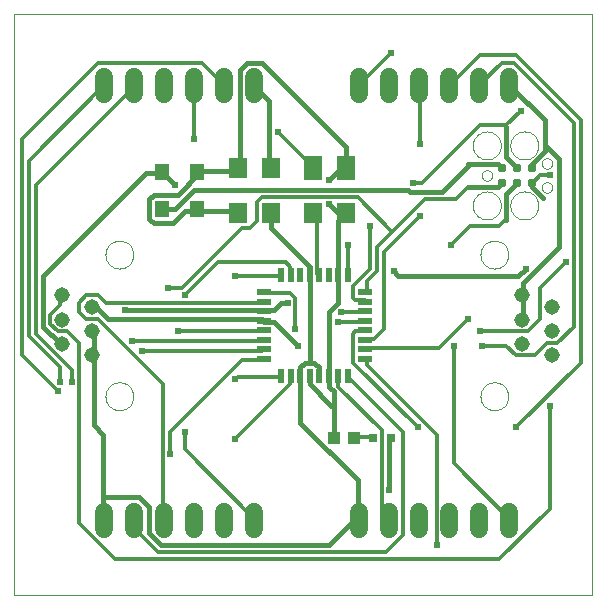
<source format=gtl>
G75*
G70*
%OFA0B0*%
%FSLAX24Y24*%
%IPPOS*%
%LPD*%
%AMOC8*
5,1,8,0,0,1.08239X$1,22.5*
%
%ADD10C,0.0000*%
%ADD11R,0.0220X0.0500*%
%ADD12R,0.0500X0.0220*%
%ADD13R,0.0630X0.0787*%
%ADD14R,0.0630X0.0709*%
%ADD15C,0.0515*%
%ADD16R,0.0433X0.0394*%
%ADD17R,0.0315X0.0315*%
%ADD18C,0.0310*%
%ADD19R,0.0472X0.0551*%
%ADD20C,0.0594*%
%ADD21C,0.0160*%
%ADD22C,0.0180*%
%ADD23C,0.0240*%
%ADD24C,0.0120*%
D10*
X000162Y000100D02*
X000162Y019471D01*
X019407Y019471D01*
X019407Y000100D01*
X000162Y000100D01*
X003197Y006738D02*
X003199Y006781D01*
X003205Y006823D01*
X003215Y006865D01*
X003228Y006906D01*
X003246Y006945D01*
X003267Y006983D01*
X003291Y007018D01*
X003318Y007051D01*
X003349Y007082D01*
X003382Y007109D01*
X003417Y007133D01*
X003455Y007154D01*
X003494Y007172D01*
X003535Y007185D01*
X003577Y007195D01*
X003619Y007201D01*
X003662Y007203D01*
X003705Y007201D01*
X003747Y007195D01*
X003789Y007185D01*
X003830Y007172D01*
X003869Y007154D01*
X003907Y007133D01*
X003942Y007109D01*
X003975Y007082D01*
X004006Y007051D01*
X004033Y007018D01*
X004057Y006983D01*
X004078Y006945D01*
X004096Y006906D01*
X004109Y006865D01*
X004119Y006823D01*
X004125Y006781D01*
X004127Y006738D01*
X004125Y006695D01*
X004119Y006653D01*
X004109Y006611D01*
X004096Y006570D01*
X004078Y006531D01*
X004057Y006493D01*
X004033Y006458D01*
X004006Y006425D01*
X003975Y006394D01*
X003942Y006367D01*
X003907Y006343D01*
X003869Y006322D01*
X003830Y006304D01*
X003789Y006291D01*
X003747Y006281D01*
X003705Y006275D01*
X003662Y006273D01*
X003619Y006275D01*
X003577Y006281D01*
X003535Y006291D01*
X003494Y006304D01*
X003455Y006322D01*
X003417Y006343D01*
X003382Y006367D01*
X003349Y006394D01*
X003318Y006425D01*
X003291Y006458D01*
X003267Y006493D01*
X003246Y006531D01*
X003228Y006570D01*
X003215Y006611D01*
X003205Y006653D01*
X003199Y006695D01*
X003197Y006738D01*
X003197Y011462D02*
X003199Y011505D01*
X003205Y011547D01*
X003215Y011589D01*
X003228Y011630D01*
X003246Y011669D01*
X003267Y011707D01*
X003291Y011742D01*
X003318Y011775D01*
X003349Y011806D01*
X003382Y011833D01*
X003417Y011857D01*
X003455Y011878D01*
X003494Y011896D01*
X003535Y011909D01*
X003577Y011919D01*
X003619Y011925D01*
X003662Y011927D01*
X003705Y011925D01*
X003747Y011919D01*
X003789Y011909D01*
X003830Y011896D01*
X003869Y011878D01*
X003907Y011857D01*
X003942Y011833D01*
X003975Y011806D01*
X004006Y011775D01*
X004033Y011742D01*
X004057Y011707D01*
X004078Y011669D01*
X004096Y011630D01*
X004109Y011589D01*
X004119Y011547D01*
X004125Y011505D01*
X004127Y011462D01*
X004125Y011419D01*
X004119Y011377D01*
X004109Y011335D01*
X004096Y011294D01*
X004078Y011255D01*
X004057Y011217D01*
X004033Y011182D01*
X004006Y011149D01*
X003975Y011118D01*
X003942Y011091D01*
X003907Y011067D01*
X003869Y011046D01*
X003830Y011028D01*
X003789Y011015D01*
X003747Y011005D01*
X003705Y010999D01*
X003662Y010997D01*
X003619Y010999D01*
X003577Y011005D01*
X003535Y011015D01*
X003494Y011028D01*
X003455Y011046D01*
X003417Y011067D01*
X003382Y011091D01*
X003349Y011118D01*
X003318Y011149D01*
X003291Y011182D01*
X003267Y011217D01*
X003246Y011255D01*
X003228Y011294D01*
X003215Y011335D01*
X003205Y011377D01*
X003199Y011419D01*
X003197Y011462D01*
X015445Y013100D02*
X015447Y013143D01*
X015453Y013186D01*
X015463Y013228D01*
X015477Y013269D01*
X015494Y013308D01*
X015515Y013346D01*
X015539Y013381D01*
X015567Y013415D01*
X015597Y013445D01*
X015631Y013473D01*
X015666Y013497D01*
X015704Y013518D01*
X015743Y013535D01*
X015784Y013549D01*
X015826Y013559D01*
X015869Y013565D01*
X015912Y013567D01*
X015955Y013565D01*
X015998Y013559D01*
X016040Y013549D01*
X016081Y013535D01*
X016120Y013518D01*
X016158Y013497D01*
X016193Y013473D01*
X016227Y013445D01*
X016257Y013415D01*
X016285Y013381D01*
X016309Y013346D01*
X016330Y013308D01*
X016347Y013269D01*
X016361Y013228D01*
X016371Y013186D01*
X016377Y013143D01*
X016379Y013100D01*
X016377Y013057D01*
X016371Y013014D01*
X016361Y012972D01*
X016347Y012931D01*
X016330Y012892D01*
X016309Y012854D01*
X016285Y012819D01*
X016257Y012785D01*
X016227Y012755D01*
X016193Y012727D01*
X016158Y012703D01*
X016120Y012682D01*
X016081Y012665D01*
X016040Y012651D01*
X015998Y012641D01*
X015955Y012635D01*
X015912Y012633D01*
X015869Y012635D01*
X015826Y012641D01*
X015784Y012651D01*
X015743Y012665D01*
X015704Y012682D01*
X015666Y012703D01*
X015631Y012727D01*
X015597Y012755D01*
X015567Y012785D01*
X015539Y012819D01*
X015515Y012854D01*
X015494Y012892D01*
X015477Y012931D01*
X015463Y012972D01*
X015453Y013014D01*
X015447Y013057D01*
X015445Y013100D01*
X015737Y014100D02*
X015739Y014126D01*
X015745Y014152D01*
X015754Y014176D01*
X015767Y014199D01*
X015784Y014219D01*
X015803Y014237D01*
X015825Y014252D01*
X015848Y014263D01*
X015873Y014271D01*
X015899Y014275D01*
X015925Y014275D01*
X015951Y014271D01*
X015976Y014263D01*
X016000Y014252D01*
X016021Y014237D01*
X016040Y014219D01*
X016057Y014199D01*
X016070Y014176D01*
X016079Y014152D01*
X016085Y014126D01*
X016087Y014100D01*
X016085Y014074D01*
X016079Y014048D01*
X016070Y014024D01*
X016057Y014001D01*
X016040Y013981D01*
X016021Y013963D01*
X015999Y013948D01*
X015976Y013937D01*
X015951Y013929D01*
X015925Y013925D01*
X015899Y013925D01*
X015873Y013929D01*
X015848Y013937D01*
X015824Y013948D01*
X015803Y013963D01*
X015784Y013981D01*
X015767Y014001D01*
X015754Y014024D01*
X015745Y014048D01*
X015739Y014074D01*
X015737Y014100D01*
X015445Y015100D02*
X015447Y015143D01*
X015453Y015186D01*
X015463Y015228D01*
X015477Y015269D01*
X015494Y015308D01*
X015515Y015346D01*
X015539Y015381D01*
X015567Y015415D01*
X015597Y015445D01*
X015631Y015473D01*
X015666Y015497D01*
X015704Y015518D01*
X015743Y015535D01*
X015784Y015549D01*
X015826Y015559D01*
X015869Y015565D01*
X015912Y015567D01*
X015955Y015565D01*
X015998Y015559D01*
X016040Y015549D01*
X016081Y015535D01*
X016120Y015518D01*
X016158Y015497D01*
X016193Y015473D01*
X016227Y015445D01*
X016257Y015415D01*
X016285Y015381D01*
X016309Y015346D01*
X016330Y015308D01*
X016347Y015269D01*
X016361Y015228D01*
X016371Y015186D01*
X016377Y015143D01*
X016379Y015100D01*
X016377Y015057D01*
X016371Y015014D01*
X016361Y014972D01*
X016347Y014931D01*
X016330Y014892D01*
X016309Y014854D01*
X016285Y014819D01*
X016257Y014785D01*
X016227Y014755D01*
X016193Y014727D01*
X016158Y014703D01*
X016120Y014682D01*
X016081Y014665D01*
X016040Y014651D01*
X015998Y014641D01*
X015955Y014635D01*
X015912Y014633D01*
X015869Y014635D01*
X015826Y014641D01*
X015784Y014651D01*
X015743Y014665D01*
X015704Y014682D01*
X015666Y014703D01*
X015631Y014727D01*
X015597Y014755D01*
X015567Y014785D01*
X015539Y014819D01*
X015515Y014854D01*
X015494Y014892D01*
X015477Y014931D01*
X015463Y014972D01*
X015453Y015014D01*
X015447Y015057D01*
X015445Y015100D01*
X016695Y015100D02*
X016697Y015143D01*
X016703Y015186D01*
X016713Y015228D01*
X016727Y015269D01*
X016744Y015308D01*
X016765Y015346D01*
X016789Y015381D01*
X016817Y015415D01*
X016847Y015445D01*
X016881Y015473D01*
X016916Y015497D01*
X016954Y015518D01*
X016993Y015535D01*
X017034Y015549D01*
X017076Y015559D01*
X017119Y015565D01*
X017162Y015567D01*
X017205Y015565D01*
X017248Y015559D01*
X017290Y015549D01*
X017331Y015535D01*
X017370Y015518D01*
X017408Y015497D01*
X017443Y015473D01*
X017477Y015445D01*
X017507Y015415D01*
X017535Y015381D01*
X017559Y015346D01*
X017580Y015308D01*
X017597Y015269D01*
X017611Y015228D01*
X017621Y015186D01*
X017627Y015143D01*
X017629Y015100D01*
X017627Y015057D01*
X017621Y015014D01*
X017611Y014972D01*
X017597Y014931D01*
X017580Y014892D01*
X017559Y014854D01*
X017535Y014819D01*
X017507Y014785D01*
X017477Y014755D01*
X017443Y014727D01*
X017408Y014703D01*
X017370Y014682D01*
X017331Y014665D01*
X017290Y014651D01*
X017248Y014641D01*
X017205Y014635D01*
X017162Y014633D01*
X017119Y014635D01*
X017076Y014641D01*
X017034Y014651D01*
X016993Y014665D01*
X016954Y014682D01*
X016916Y014703D01*
X016881Y014727D01*
X016847Y014755D01*
X016817Y014785D01*
X016789Y014819D01*
X016765Y014854D01*
X016744Y014892D01*
X016727Y014931D01*
X016713Y014972D01*
X016703Y015014D01*
X016697Y015057D01*
X016695Y015100D01*
X017737Y014500D02*
X017739Y014526D01*
X017745Y014552D01*
X017754Y014576D01*
X017767Y014599D01*
X017784Y014619D01*
X017803Y014637D01*
X017825Y014652D01*
X017848Y014663D01*
X017873Y014671D01*
X017899Y014675D01*
X017925Y014675D01*
X017951Y014671D01*
X017976Y014663D01*
X018000Y014652D01*
X018021Y014637D01*
X018040Y014619D01*
X018057Y014599D01*
X018070Y014576D01*
X018079Y014552D01*
X018085Y014526D01*
X018087Y014500D01*
X018085Y014474D01*
X018079Y014448D01*
X018070Y014424D01*
X018057Y014401D01*
X018040Y014381D01*
X018021Y014363D01*
X017999Y014348D01*
X017976Y014337D01*
X017951Y014329D01*
X017925Y014325D01*
X017899Y014325D01*
X017873Y014329D01*
X017848Y014337D01*
X017824Y014348D01*
X017803Y014363D01*
X017784Y014381D01*
X017767Y014401D01*
X017754Y014424D01*
X017745Y014448D01*
X017739Y014474D01*
X017737Y014500D01*
X017737Y013700D02*
X017739Y013726D01*
X017745Y013752D01*
X017754Y013776D01*
X017767Y013799D01*
X017784Y013819D01*
X017803Y013837D01*
X017825Y013852D01*
X017848Y013863D01*
X017873Y013871D01*
X017899Y013875D01*
X017925Y013875D01*
X017951Y013871D01*
X017976Y013863D01*
X018000Y013852D01*
X018021Y013837D01*
X018040Y013819D01*
X018057Y013799D01*
X018070Y013776D01*
X018079Y013752D01*
X018085Y013726D01*
X018087Y013700D01*
X018085Y013674D01*
X018079Y013648D01*
X018070Y013624D01*
X018057Y013601D01*
X018040Y013581D01*
X018021Y013563D01*
X017999Y013548D01*
X017976Y013537D01*
X017951Y013529D01*
X017925Y013525D01*
X017899Y013525D01*
X017873Y013529D01*
X017848Y013537D01*
X017824Y013548D01*
X017803Y013563D01*
X017784Y013581D01*
X017767Y013601D01*
X017754Y013624D01*
X017745Y013648D01*
X017739Y013674D01*
X017737Y013700D01*
X016695Y013100D02*
X016697Y013143D01*
X016703Y013186D01*
X016713Y013228D01*
X016727Y013269D01*
X016744Y013308D01*
X016765Y013346D01*
X016789Y013381D01*
X016817Y013415D01*
X016847Y013445D01*
X016881Y013473D01*
X016916Y013497D01*
X016954Y013518D01*
X016993Y013535D01*
X017034Y013549D01*
X017076Y013559D01*
X017119Y013565D01*
X017162Y013567D01*
X017205Y013565D01*
X017248Y013559D01*
X017290Y013549D01*
X017331Y013535D01*
X017370Y013518D01*
X017408Y013497D01*
X017443Y013473D01*
X017477Y013445D01*
X017507Y013415D01*
X017535Y013381D01*
X017559Y013346D01*
X017580Y013308D01*
X017597Y013269D01*
X017611Y013228D01*
X017621Y013186D01*
X017627Y013143D01*
X017629Y013100D01*
X017627Y013057D01*
X017621Y013014D01*
X017611Y012972D01*
X017597Y012931D01*
X017580Y012892D01*
X017559Y012854D01*
X017535Y012819D01*
X017507Y012785D01*
X017477Y012755D01*
X017443Y012727D01*
X017408Y012703D01*
X017370Y012682D01*
X017331Y012665D01*
X017290Y012651D01*
X017248Y012641D01*
X017205Y012635D01*
X017162Y012633D01*
X017119Y012635D01*
X017076Y012641D01*
X017034Y012651D01*
X016993Y012665D01*
X016954Y012682D01*
X016916Y012703D01*
X016881Y012727D01*
X016847Y012755D01*
X016817Y012785D01*
X016789Y012819D01*
X016765Y012854D01*
X016744Y012892D01*
X016727Y012931D01*
X016713Y012972D01*
X016703Y013014D01*
X016697Y013057D01*
X016695Y013100D01*
X015697Y011462D02*
X015699Y011505D01*
X015705Y011547D01*
X015715Y011589D01*
X015728Y011630D01*
X015746Y011669D01*
X015767Y011707D01*
X015791Y011742D01*
X015818Y011775D01*
X015849Y011806D01*
X015882Y011833D01*
X015917Y011857D01*
X015955Y011878D01*
X015994Y011896D01*
X016035Y011909D01*
X016077Y011919D01*
X016119Y011925D01*
X016162Y011927D01*
X016205Y011925D01*
X016247Y011919D01*
X016289Y011909D01*
X016330Y011896D01*
X016369Y011878D01*
X016407Y011857D01*
X016442Y011833D01*
X016475Y011806D01*
X016506Y011775D01*
X016533Y011742D01*
X016557Y011707D01*
X016578Y011669D01*
X016596Y011630D01*
X016609Y011589D01*
X016619Y011547D01*
X016625Y011505D01*
X016627Y011462D01*
X016625Y011419D01*
X016619Y011377D01*
X016609Y011335D01*
X016596Y011294D01*
X016578Y011255D01*
X016557Y011217D01*
X016533Y011182D01*
X016506Y011149D01*
X016475Y011118D01*
X016442Y011091D01*
X016407Y011067D01*
X016369Y011046D01*
X016330Y011028D01*
X016289Y011015D01*
X016247Y011005D01*
X016205Y010999D01*
X016162Y010997D01*
X016119Y010999D01*
X016077Y011005D01*
X016035Y011015D01*
X015994Y011028D01*
X015955Y011046D01*
X015917Y011067D01*
X015882Y011091D01*
X015849Y011118D01*
X015818Y011149D01*
X015791Y011182D01*
X015767Y011217D01*
X015746Y011255D01*
X015728Y011294D01*
X015715Y011335D01*
X015705Y011377D01*
X015699Y011419D01*
X015697Y011462D01*
X015697Y006738D02*
X015699Y006781D01*
X015705Y006823D01*
X015715Y006865D01*
X015728Y006906D01*
X015746Y006945D01*
X015767Y006983D01*
X015791Y007018D01*
X015818Y007051D01*
X015849Y007082D01*
X015882Y007109D01*
X015917Y007133D01*
X015955Y007154D01*
X015994Y007172D01*
X016035Y007185D01*
X016077Y007195D01*
X016119Y007201D01*
X016162Y007203D01*
X016205Y007201D01*
X016247Y007195D01*
X016289Y007185D01*
X016330Y007172D01*
X016369Y007154D01*
X016407Y007133D01*
X016442Y007109D01*
X016475Y007082D01*
X016506Y007051D01*
X016533Y007018D01*
X016557Y006983D01*
X016578Y006945D01*
X016596Y006906D01*
X016609Y006865D01*
X016619Y006823D01*
X016625Y006781D01*
X016627Y006738D01*
X016625Y006695D01*
X016619Y006653D01*
X016609Y006611D01*
X016596Y006570D01*
X016578Y006531D01*
X016557Y006493D01*
X016533Y006458D01*
X016506Y006425D01*
X016475Y006394D01*
X016442Y006367D01*
X016407Y006343D01*
X016369Y006322D01*
X016330Y006304D01*
X016289Y006291D01*
X016247Y006281D01*
X016205Y006275D01*
X016162Y006273D01*
X016119Y006275D01*
X016077Y006281D01*
X016035Y006291D01*
X015994Y006304D01*
X015955Y006322D01*
X015917Y006343D01*
X015882Y006367D01*
X015849Y006394D01*
X015818Y006425D01*
X015791Y006458D01*
X015767Y006493D01*
X015746Y006531D01*
X015728Y006570D01*
X015715Y006611D01*
X015705Y006653D01*
X015699Y006695D01*
X015697Y006738D01*
D11*
X011264Y007410D03*
X010949Y007410D03*
X010634Y007410D03*
X010319Y007410D03*
X010004Y007410D03*
X009689Y007410D03*
X009374Y007410D03*
X009059Y007410D03*
X009059Y010790D03*
X009374Y010790D03*
X009689Y010790D03*
X010004Y010790D03*
X010319Y010790D03*
X010634Y010790D03*
X010949Y010790D03*
X011264Y010790D03*
D12*
X011852Y010202D03*
X011852Y009887D03*
X011852Y009572D03*
X011852Y009257D03*
X011852Y008943D03*
X011852Y008628D03*
X011852Y008313D03*
X011852Y007998D03*
X008472Y007998D03*
X008472Y008313D03*
X008472Y008628D03*
X008472Y008943D03*
X008472Y009257D03*
X008472Y009572D03*
X008472Y009887D03*
X008472Y010202D03*
D13*
X010110Y014350D03*
X011213Y014350D03*
D14*
X011213Y012850D03*
X010110Y012850D03*
X008713Y012850D03*
X007610Y012850D03*
X007610Y014350D03*
X008713Y014350D03*
D15*
X002756Y009706D03*
X002756Y008903D03*
X002756Y008100D03*
X001756Y008494D03*
X001756Y009297D03*
X001756Y010100D03*
X017067Y010100D03*
X017067Y009297D03*
X017067Y008494D03*
X018067Y008100D03*
X018067Y008903D03*
X018067Y009706D03*
D16*
X011496Y005350D03*
X010827Y005350D03*
D17*
X012116Y005350D03*
X012707Y005350D03*
D18*
X016412Y013850D03*
X016912Y013850D03*
X017412Y013850D03*
X017412Y014350D03*
X016912Y014350D03*
X016412Y014350D03*
D19*
X006252Y014225D03*
X005071Y014225D03*
X005071Y012975D03*
X006252Y012975D03*
D20*
X006162Y016803D02*
X006162Y017397D01*
X007162Y017397D02*
X007162Y016803D01*
X008162Y016803D02*
X008162Y017397D01*
X005162Y017397D02*
X005162Y016803D01*
X004162Y016803D02*
X004162Y017397D01*
X003162Y017397D02*
X003162Y016803D01*
X011662Y016803D02*
X011662Y017397D01*
X012662Y017397D02*
X012662Y016803D01*
X013662Y016803D02*
X013662Y017397D01*
X014662Y017397D02*
X014662Y016803D01*
X015662Y016803D02*
X015662Y017397D01*
X016662Y017397D02*
X016662Y016803D01*
X016662Y002897D02*
X016662Y002303D01*
X015662Y002303D02*
X015662Y002897D01*
X014662Y002897D02*
X014662Y002303D01*
X013662Y002303D02*
X013662Y002897D01*
X012662Y002897D02*
X012662Y002303D01*
X011662Y002303D02*
X011662Y002897D01*
X008162Y002897D02*
X008162Y002303D01*
X007162Y002303D02*
X007162Y002897D01*
X006162Y002897D02*
X006162Y002303D01*
X005162Y002303D02*
X005162Y002897D01*
X004162Y002897D02*
X004162Y002303D01*
X003162Y002303D02*
X003162Y002897D01*
D21*
X015287Y013725D02*
X016287Y013725D01*
X016412Y013850D01*
X016537Y013475D02*
X016537Y012600D01*
X016537Y013475D02*
X016912Y013850D01*
X017412Y013850D02*
X017412Y013725D01*
X017787Y013350D01*
X017412Y014350D02*
X017412Y014475D01*
X017879Y014943D01*
X017912Y014975D01*
X016912Y014350D02*
X016537Y014725D01*
X016537Y015725D01*
X016287Y014475D02*
X015287Y014475D01*
X016287Y014475D02*
X016412Y014350D01*
D22*
X015287Y014475D02*
X015282Y014420D01*
X014402Y013540D01*
X013362Y013540D01*
X013282Y013620D01*
X006162Y013620D01*
X005522Y012980D01*
X005122Y012980D01*
X005071Y012975D01*
X004642Y012660D02*
X004642Y013300D01*
X004802Y013460D01*
X005602Y013460D01*
X006322Y014180D01*
X006252Y014225D01*
X006322Y014260D01*
X007522Y014260D01*
X007602Y014340D01*
X007610Y014350D01*
X007682Y014420D01*
X007682Y017620D01*
X007922Y017860D01*
X008402Y017860D01*
X011202Y015060D01*
X011202Y014420D01*
X011213Y014350D01*
X011122Y014420D01*
X010642Y013940D01*
X010642Y013140D02*
X011042Y012740D01*
X011213Y012850D01*
X011202Y012820D01*
X010962Y012580D01*
X010962Y010820D01*
X010949Y010790D01*
X010962Y010740D01*
X010962Y009860D01*
X010642Y009540D01*
X010642Y007460D01*
X010634Y007410D01*
X010642Y007380D01*
X010642Y007060D01*
X010802Y006900D01*
X010802Y006420D01*
X010722Y006420D01*
X010002Y007140D01*
X010002Y007380D01*
X010004Y007410D01*
X009689Y007410D02*
X009682Y007380D01*
X009682Y005860D01*
X011602Y003940D01*
X011602Y002660D01*
X011662Y002600D01*
X011522Y002660D01*
X010642Y001780D01*
X005042Y001780D01*
X004642Y002180D01*
X004642Y003060D01*
X004322Y003380D01*
X003122Y003380D01*
X003122Y002660D01*
X003162Y002600D01*
X003122Y003380D02*
X003122Y005460D01*
X002802Y005780D01*
X002802Y008020D01*
X002756Y008100D01*
X002802Y008100D01*
X002802Y008900D01*
X002756Y008903D01*
X003282Y009300D02*
X002802Y009780D01*
X002756Y009706D01*
X003282Y009300D02*
X008402Y009300D01*
X008472Y009257D01*
X008482Y009220D01*
X008802Y009220D01*
X009602Y008420D01*
X009842Y007860D02*
X010002Y007860D01*
X010002Y010740D01*
X010004Y010790D01*
X010002Y010900D01*
X010002Y011060D01*
X008722Y012340D01*
X008722Y012820D01*
X008713Y012850D01*
X007610Y012850D02*
X007602Y012900D01*
X006322Y012900D01*
X006252Y012975D01*
X006242Y012900D01*
X005842Y012900D01*
X005442Y012500D01*
X004802Y012500D01*
X004642Y012660D01*
X005522Y013780D02*
X005122Y014180D01*
X005071Y014225D01*
X005042Y014180D01*
X004562Y014180D01*
X001122Y010740D01*
X001122Y009060D01*
X001682Y008500D01*
X001756Y008494D01*
X003842Y009620D02*
X008402Y009620D01*
X008472Y009572D01*
X008482Y009620D01*
X008802Y009620D01*
X009042Y009860D01*
X009282Y009860D01*
X010004Y010790D02*
X010002Y010820D01*
X012802Y010900D02*
X012962Y010740D01*
X016962Y010740D01*
X017202Y010980D01*
X017122Y010500D02*
X018322Y011700D01*
X018322Y014660D01*
X017922Y015060D01*
X017842Y015060D01*
X017842Y014980D01*
X017879Y014943D01*
X017842Y015060D02*
X017842Y015940D01*
X016722Y017060D01*
X016662Y017100D01*
X017122Y010500D02*
X017122Y010180D01*
X017067Y010100D01*
X017122Y010100D01*
X017122Y009300D01*
X017067Y009297D01*
X012707Y005350D02*
X012642Y005300D01*
X012642Y003620D01*
X010827Y005350D02*
X010802Y005380D01*
X010802Y006420D01*
X010319Y007410D02*
X010322Y007460D01*
X010322Y007700D01*
X010162Y007860D01*
X010002Y007860D01*
X009842Y007860D02*
X009682Y007700D01*
X009682Y007460D01*
X009689Y007410D01*
X008713Y014350D02*
X008642Y014420D01*
X008642Y016580D01*
X008162Y017060D01*
X008162Y017100D01*
D23*
X008962Y015540D03*
X010642Y013940D03*
X010642Y013140D03*
X011282Y011780D03*
X012002Y012420D03*
X012802Y010900D03*
X013682Y012740D03*
X013442Y013860D03*
X013682Y015140D03*
X012722Y018180D03*
X017042Y016260D03*
X018002Y014100D03*
X018562Y011220D03*
X017202Y010980D03*
X015282Y009300D03*
X015682Y008900D03*
X015762Y008420D03*
X014802Y008420D03*
X013602Y005700D03*
X012642Y003620D03*
X014242Y001780D03*
X016882Y005700D03*
X018002Y006420D03*
X014722Y011780D03*
X011042Y009540D03*
X010962Y009220D03*
X009522Y008980D03*
X009602Y008420D03*
X009282Y009860D03*
X007522Y010740D03*
X005842Y010100D03*
X005282Y010340D03*
X005602Y008900D03*
X004402Y008260D03*
X004082Y008580D03*
X003842Y009620D03*
X002082Y007220D03*
X001682Y007220D03*
X001602Y006900D03*
X005362Y004820D03*
X005842Y005540D03*
X007522Y005300D03*
X007522Y007300D03*
X005522Y013780D03*
X006162Y015300D03*
D24*
X006162Y017100D01*
X006402Y017860D02*
X007162Y017100D01*
X006402Y017860D02*
X002962Y017860D01*
X000402Y015300D01*
X000402Y008100D01*
X001602Y006900D01*
X001682Y007220D02*
X001682Y007700D01*
X000642Y008740D01*
X000642Y014580D01*
X003162Y017100D01*
X004162Y017060D02*
X004162Y017100D01*
X004162Y017060D02*
X000882Y013780D01*
X000882Y008820D01*
X002082Y007620D01*
X002082Y007220D01*
X002322Y008500D02*
X002322Y002500D01*
X003522Y001300D01*
X016322Y001300D01*
X018002Y002980D01*
X018002Y006420D01*
X016882Y005700D02*
X019042Y007860D01*
X019042Y015940D01*
X016882Y018100D01*
X015682Y018100D01*
X014722Y017140D01*
X014662Y017100D01*
X013682Y017060D02*
X013662Y017100D01*
X013682Y017060D02*
X013682Y015140D01*
X013762Y013860D02*
X013442Y013860D01*
X013762Y013860D02*
X015682Y015780D01*
X016482Y015780D01*
X016537Y015725D01*
X016562Y015780D01*
X017042Y016260D01*
X015662Y017100D02*
X015682Y017140D01*
X016402Y017860D01*
X016802Y017860D01*
X018802Y015860D01*
X018802Y009060D01*
X018242Y008500D01*
X017922Y008500D01*
X017522Y008100D01*
X016882Y008100D01*
X016562Y008420D01*
X015762Y008420D01*
X015682Y008900D02*
X017282Y008900D01*
X017682Y009300D01*
X017682Y010340D01*
X018562Y011220D01*
X016537Y012600D02*
X016482Y012580D01*
X016322Y012420D01*
X015362Y012420D01*
X014722Y011780D01*
X013682Y012740D02*
X012482Y011540D01*
X012482Y008980D01*
X012162Y008660D01*
X011922Y008660D01*
X011852Y008628D01*
X011842Y008900D02*
X011522Y008900D01*
X011442Y008820D01*
X011442Y007860D01*
X013602Y005700D01*
X013122Y005540D02*
X013122Y002100D01*
X012562Y001540D01*
X004962Y001540D01*
X004162Y002340D01*
X004162Y002600D01*
X005122Y002660D02*
X005162Y002600D01*
X005122Y002660D02*
X005122Y007140D01*
X002962Y009300D01*
X002562Y009300D01*
X002322Y009540D01*
X002322Y009860D01*
X002562Y010100D01*
X002962Y010100D01*
X003202Y009860D01*
X008402Y009860D01*
X008472Y009887D01*
X008482Y010180D02*
X008472Y010202D01*
X008482Y010180D02*
X009362Y010180D01*
X009522Y010020D01*
X009522Y008980D01*
X008472Y008943D02*
X008402Y008900D01*
X005602Y008900D01*
X005842Y010100D02*
X006962Y011220D01*
X009202Y011220D01*
X009362Y011060D01*
X009362Y010820D01*
X009374Y010790D01*
X009059Y010790D02*
X009042Y010740D01*
X007522Y010740D01*
X007762Y012340D02*
X008002Y012340D01*
X008242Y012580D01*
X008242Y013220D01*
X008402Y013380D01*
X011602Y013380D01*
X012762Y012220D01*
X012242Y011700D01*
X012242Y010900D01*
X011922Y010580D01*
X011922Y010260D01*
X011852Y010202D01*
X011842Y009940D02*
X011522Y009940D01*
X011442Y010020D01*
X011442Y010420D01*
X012002Y010980D01*
X012002Y012420D01*
X012762Y012220D02*
X013842Y013300D01*
X014882Y013300D01*
X015282Y013700D01*
X015287Y013725D01*
X017412Y013850D02*
X017442Y013860D01*
X017682Y014100D01*
X018002Y014100D01*
X015282Y009300D02*
X014322Y008340D01*
X011922Y008340D01*
X011852Y008313D01*
X011852Y007998D02*
X011922Y007940D01*
X011922Y007780D01*
X014242Y005460D01*
X014242Y001780D01*
X012662Y002600D02*
X012642Y002660D01*
X012402Y002900D01*
X012402Y005620D01*
X010962Y007060D01*
X010962Y007380D01*
X010949Y007410D01*
X011264Y007410D02*
X011282Y007380D01*
X013122Y005540D01*
X012116Y005350D02*
X012082Y005380D01*
X011522Y005380D01*
X011496Y005350D01*
X009362Y007140D02*
X009362Y007380D01*
X009374Y007410D01*
X009362Y007140D02*
X007522Y005300D01*
X005842Y005540D02*
X005842Y004980D01*
X008162Y002660D01*
X008162Y002600D01*
X005362Y004820D02*
X005362Y005540D01*
X007762Y007940D01*
X008402Y007940D01*
X008472Y007998D01*
X008402Y008260D02*
X008472Y008313D01*
X008402Y008260D02*
X004402Y008260D01*
X004082Y008580D02*
X008402Y008580D01*
X008472Y008628D01*
X009059Y007410D02*
X009042Y007380D01*
X007602Y007380D01*
X007522Y007300D01*
X005762Y010340D02*
X005282Y010340D01*
X005762Y010340D02*
X007762Y012340D01*
X010110Y014350D02*
X010082Y014420D01*
X008962Y015540D01*
X011662Y017100D02*
X011682Y017140D01*
X012722Y018180D01*
X010110Y012850D02*
X010162Y012820D01*
X010242Y012740D01*
X010242Y010820D01*
X010319Y010790D01*
X011264Y010790D02*
X011282Y010820D01*
X011282Y011780D01*
X011842Y009940D02*
X011852Y009887D01*
X011852Y009572D02*
X011842Y009540D01*
X011042Y009540D01*
X010962Y009220D02*
X011842Y009220D01*
X011852Y009257D01*
X011852Y008943D02*
X011842Y008900D01*
X014802Y008420D02*
X014802Y004500D01*
X016642Y002660D01*
X016662Y002600D01*
X002322Y008500D02*
X001922Y008900D01*
X001602Y008900D01*
X001362Y009140D01*
X001362Y009460D01*
X001682Y009780D01*
X001682Y010100D01*
X001756Y010100D01*
M02*

</source>
